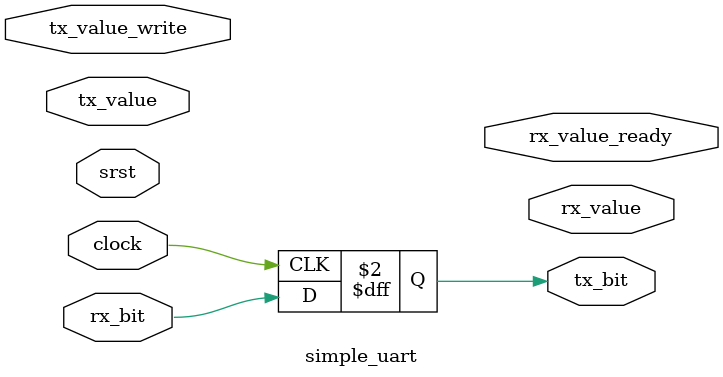
<source format=v>

`timescale 1 ns / 100 ps

module simple_uart
  #(parameter SYSTEM_FREQ = 50_000_000,
    parameter BAUD_RATE = 9600)

   (input wire       clock,
    input wire       srst,

    input wire       rx_bit,
    output reg       tx_bit,

    output reg [7:0] rx_value,
    output reg       rx_value_ready,

    input wire [7:0] tx_value,
    input wire       tx_value_write);


   always @(posedge clock) begin
      tx_bit <= rx_bit;
   end

endmodule

</source>
